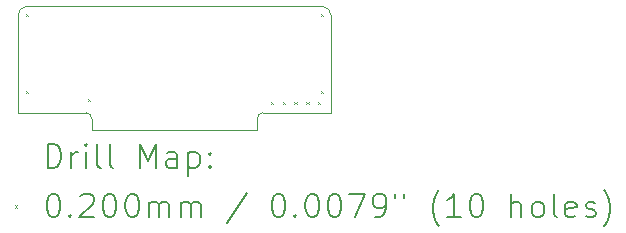
<source format=gbr>
%TF.GenerationSoftware,KiCad,Pcbnew,(6.0.7)*%
%TF.CreationDate,2022-10-27T11:42:41+02:00*%
%TF.ProjectId,FPS_AR,4650535f-4152-42e6-9b69-6361645f7063,rev?*%
%TF.SameCoordinates,Original*%
%TF.FileFunction,Drillmap*%
%TF.FilePolarity,Positive*%
%FSLAX45Y45*%
G04 Gerber Fmt 4.5, Leading zero omitted, Abs format (unit mm)*
G04 Created by KiCad (PCBNEW (6.0.7)) date 2022-10-27 11:42:41*
%MOMM*%
%LPD*%
G01*
G04 APERTURE LIST*
%ADD10C,0.100000*%
%ADD11C,0.200000*%
%ADD12C,0.020000*%
G04 APERTURE END LIST*
D10*
X12510000Y-7325000D02*
G75*
G03*
X12435000Y-7250000I-75000J0D01*
G01*
X11935000Y-8150000D02*
G75*
G03*
X11885000Y-8200000I0J-50000D01*
G01*
X10435000Y-8150000D02*
X9860000Y-8150000D01*
X12510000Y-8150000D02*
X12510000Y-7325000D01*
X9935000Y-7250000D02*
G75*
G03*
X9860000Y-7325000I0J-75000D01*
G01*
X9860000Y-8150000D02*
X9860000Y-7325000D01*
X10485000Y-8200000D02*
X10485000Y-8300000D01*
X10485000Y-8300000D02*
X11885000Y-8300000D01*
X10485000Y-8200000D02*
G75*
G03*
X10435000Y-8150000I-50000J0D01*
G01*
X11885000Y-8300000D02*
X11885000Y-8200000D01*
X11935000Y-8150000D02*
X12510000Y-8150000D01*
X9935000Y-7250000D02*
X12435000Y-7250000D01*
D11*
D12*
X9925000Y-7315000D02*
X9945000Y-7335000D01*
X9945000Y-7315000D02*
X9925000Y-7335000D01*
X9925000Y-7965000D02*
X9945000Y-7985000D01*
X9945000Y-7965000D02*
X9925000Y-7985000D01*
X10450000Y-8035000D02*
X10470000Y-8055000D01*
X10470000Y-8035000D02*
X10450000Y-8055000D01*
X12000000Y-8060000D02*
X12020000Y-8080000D01*
X12020000Y-8060000D02*
X12000000Y-8080000D01*
X12100000Y-8060000D02*
X12120000Y-8080000D01*
X12120000Y-8060000D02*
X12100000Y-8080000D01*
X12200000Y-8060000D02*
X12220000Y-8080000D01*
X12220000Y-8060000D02*
X12200000Y-8080000D01*
X12300000Y-8060000D02*
X12320000Y-8080000D01*
X12320000Y-8060000D02*
X12300000Y-8080000D01*
X12400000Y-8060000D02*
X12420000Y-8080000D01*
X12420000Y-8060000D02*
X12400000Y-8080000D01*
X12425000Y-7315000D02*
X12445000Y-7335000D01*
X12445000Y-7315000D02*
X12425000Y-7335000D01*
X12425000Y-7965000D02*
X12445000Y-7985000D01*
X12445000Y-7965000D02*
X12425000Y-7985000D01*
D11*
X10112619Y-8615476D02*
X10112619Y-8415476D01*
X10160238Y-8415476D01*
X10188810Y-8425000D01*
X10207857Y-8444048D01*
X10217381Y-8463095D01*
X10226905Y-8501190D01*
X10226905Y-8529762D01*
X10217381Y-8567857D01*
X10207857Y-8586905D01*
X10188810Y-8605952D01*
X10160238Y-8615476D01*
X10112619Y-8615476D01*
X10312619Y-8615476D02*
X10312619Y-8482143D01*
X10312619Y-8520238D02*
X10322143Y-8501190D01*
X10331667Y-8491667D01*
X10350714Y-8482143D01*
X10369762Y-8482143D01*
X10436429Y-8615476D02*
X10436429Y-8482143D01*
X10436429Y-8415476D02*
X10426905Y-8425000D01*
X10436429Y-8434524D01*
X10445952Y-8425000D01*
X10436429Y-8415476D01*
X10436429Y-8434524D01*
X10560238Y-8615476D02*
X10541190Y-8605952D01*
X10531667Y-8586905D01*
X10531667Y-8415476D01*
X10665000Y-8615476D02*
X10645952Y-8605952D01*
X10636429Y-8586905D01*
X10636429Y-8415476D01*
X10893571Y-8615476D02*
X10893571Y-8415476D01*
X10960238Y-8558333D01*
X11026905Y-8415476D01*
X11026905Y-8615476D01*
X11207857Y-8615476D02*
X11207857Y-8510714D01*
X11198333Y-8491667D01*
X11179286Y-8482143D01*
X11141190Y-8482143D01*
X11122143Y-8491667D01*
X11207857Y-8605952D02*
X11188809Y-8615476D01*
X11141190Y-8615476D01*
X11122143Y-8605952D01*
X11112619Y-8586905D01*
X11112619Y-8567857D01*
X11122143Y-8548810D01*
X11141190Y-8539286D01*
X11188809Y-8539286D01*
X11207857Y-8529762D01*
X11303095Y-8482143D02*
X11303095Y-8682143D01*
X11303095Y-8491667D02*
X11322143Y-8482143D01*
X11360238Y-8482143D01*
X11379286Y-8491667D01*
X11388809Y-8501190D01*
X11398333Y-8520238D01*
X11398333Y-8577381D01*
X11388809Y-8596429D01*
X11379286Y-8605952D01*
X11360238Y-8615476D01*
X11322143Y-8615476D01*
X11303095Y-8605952D01*
X11484048Y-8596429D02*
X11493571Y-8605952D01*
X11484048Y-8615476D01*
X11474524Y-8605952D01*
X11484048Y-8596429D01*
X11484048Y-8615476D01*
X11484048Y-8491667D02*
X11493571Y-8501190D01*
X11484048Y-8510714D01*
X11474524Y-8501190D01*
X11484048Y-8491667D01*
X11484048Y-8510714D01*
D12*
X9835000Y-8935000D02*
X9855000Y-8955000D01*
X9855000Y-8935000D02*
X9835000Y-8955000D01*
D11*
X10150714Y-8835476D02*
X10169762Y-8835476D01*
X10188810Y-8845000D01*
X10198333Y-8854524D01*
X10207857Y-8873571D01*
X10217381Y-8911667D01*
X10217381Y-8959286D01*
X10207857Y-8997381D01*
X10198333Y-9016429D01*
X10188810Y-9025952D01*
X10169762Y-9035476D01*
X10150714Y-9035476D01*
X10131667Y-9025952D01*
X10122143Y-9016429D01*
X10112619Y-8997381D01*
X10103095Y-8959286D01*
X10103095Y-8911667D01*
X10112619Y-8873571D01*
X10122143Y-8854524D01*
X10131667Y-8845000D01*
X10150714Y-8835476D01*
X10303095Y-9016429D02*
X10312619Y-9025952D01*
X10303095Y-9035476D01*
X10293571Y-9025952D01*
X10303095Y-9016429D01*
X10303095Y-9035476D01*
X10388810Y-8854524D02*
X10398333Y-8845000D01*
X10417381Y-8835476D01*
X10465000Y-8835476D01*
X10484048Y-8845000D01*
X10493571Y-8854524D01*
X10503095Y-8873571D01*
X10503095Y-8892619D01*
X10493571Y-8921190D01*
X10379286Y-9035476D01*
X10503095Y-9035476D01*
X10626905Y-8835476D02*
X10645952Y-8835476D01*
X10665000Y-8845000D01*
X10674524Y-8854524D01*
X10684048Y-8873571D01*
X10693571Y-8911667D01*
X10693571Y-8959286D01*
X10684048Y-8997381D01*
X10674524Y-9016429D01*
X10665000Y-9025952D01*
X10645952Y-9035476D01*
X10626905Y-9035476D01*
X10607857Y-9025952D01*
X10598333Y-9016429D01*
X10588810Y-8997381D01*
X10579286Y-8959286D01*
X10579286Y-8911667D01*
X10588810Y-8873571D01*
X10598333Y-8854524D01*
X10607857Y-8845000D01*
X10626905Y-8835476D01*
X10817381Y-8835476D02*
X10836429Y-8835476D01*
X10855476Y-8845000D01*
X10865000Y-8854524D01*
X10874524Y-8873571D01*
X10884048Y-8911667D01*
X10884048Y-8959286D01*
X10874524Y-8997381D01*
X10865000Y-9016429D01*
X10855476Y-9025952D01*
X10836429Y-9035476D01*
X10817381Y-9035476D01*
X10798333Y-9025952D01*
X10788810Y-9016429D01*
X10779286Y-8997381D01*
X10769762Y-8959286D01*
X10769762Y-8911667D01*
X10779286Y-8873571D01*
X10788810Y-8854524D01*
X10798333Y-8845000D01*
X10817381Y-8835476D01*
X10969762Y-9035476D02*
X10969762Y-8902143D01*
X10969762Y-8921190D02*
X10979286Y-8911667D01*
X10998333Y-8902143D01*
X11026905Y-8902143D01*
X11045952Y-8911667D01*
X11055476Y-8930714D01*
X11055476Y-9035476D01*
X11055476Y-8930714D02*
X11065000Y-8911667D01*
X11084048Y-8902143D01*
X11112619Y-8902143D01*
X11131667Y-8911667D01*
X11141190Y-8930714D01*
X11141190Y-9035476D01*
X11236428Y-9035476D02*
X11236428Y-8902143D01*
X11236428Y-8921190D02*
X11245952Y-8911667D01*
X11265000Y-8902143D01*
X11293571Y-8902143D01*
X11312619Y-8911667D01*
X11322143Y-8930714D01*
X11322143Y-9035476D01*
X11322143Y-8930714D02*
X11331667Y-8911667D01*
X11350714Y-8902143D01*
X11379286Y-8902143D01*
X11398333Y-8911667D01*
X11407857Y-8930714D01*
X11407857Y-9035476D01*
X11798333Y-8825952D02*
X11626905Y-9083095D01*
X12055476Y-8835476D02*
X12074524Y-8835476D01*
X12093571Y-8845000D01*
X12103095Y-8854524D01*
X12112619Y-8873571D01*
X12122143Y-8911667D01*
X12122143Y-8959286D01*
X12112619Y-8997381D01*
X12103095Y-9016429D01*
X12093571Y-9025952D01*
X12074524Y-9035476D01*
X12055476Y-9035476D01*
X12036428Y-9025952D01*
X12026905Y-9016429D01*
X12017381Y-8997381D01*
X12007857Y-8959286D01*
X12007857Y-8911667D01*
X12017381Y-8873571D01*
X12026905Y-8854524D01*
X12036428Y-8845000D01*
X12055476Y-8835476D01*
X12207857Y-9016429D02*
X12217381Y-9025952D01*
X12207857Y-9035476D01*
X12198333Y-9025952D01*
X12207857Y-9016429D01*
X12207857Y-9035476D01*
X12341190Y-8835476D02*
X12360238Y-8835476D01*
X12379286Y-8845000D01*
X12388809Y-8854524D01*
X12398333Y-8873571D01*
X12407857Y-8911667D01*
X12407857Y-8959286D01*
X12398333Y-8997381D01*
X12388809Y-9016429D01*
X12379286Y-9025952D01*
X12360238Y-9035476D01*
X12341190Y-9035476D01*
X12322143Y-9025952D01*
X12312619Y-9016429D01*
X12303095Y-8997381D01*
X12293571Y-8959286D01*
X12293571Y-8911667D01*
X12303095Y-8873571D01*
X12312619Y-8854524D01*
X12322143Y-8845000D01*
X12341190Y-8835476D01*
X12531667Y-8835476D02*
X12550714Y-8835476D01*
X12569762Y-8845000D01*
X12579286Y-8854524D01*
X12588809Y-8873571D01*
X12598333Y-8911667D01*
X12598333Y-8959286D01*
X12588809Y-8997381D01*
X12579286Y-9016429D01*
X12569762Y-9025952D01*
X12550714Y-9035476D01*
X12531667Y-9035476D01*
X12512619Y-9025952D01*
X12503095Y-9016429D01*
X12493571Y-8997381D01*
X12484048Y-8959286D01*
X12484048Y-8911667D01*
X12493571Y-8873571D01*
X12503095Y-8854524D01*
X12512619Y-8845000D01*
X12531667Y-8835476D01*
X12665000Y-8835476D02*
X12798333Y-8835476D01*
X12712619Y-9035476D01*
X12884048Y-9035476D02*
X12922143Y-9035476D01*
X12941190Y-9025952D01*
X12950714Y-9016429D01*
X12969762Y-8987857D01*
X12979286Y-8949762D01*
X12979286Y-8873571D01*
X12969762Y-8854524D01*
X12960238Y-8845000D01*
X12941190Y-8835476D01*
X12903095Y-8835476D01*
X12884048Y-8845000D01*
X12874524Y-8854524D01*
X12865000Y-8873571D01*
X12865000Y-8921190D01*
X12874524Y-8940238D01*
X12884048Y-8949762D01*
X12903095Y-8959286D01*
X12941190Y-8959286D01*
X12960238Y-8949762D01*
X12969762Y-8940238D01*
X12979286Y-8921190D01*
X13055476Y-8835476D02*
X13055476Y-8873571D01*
X13131667Y-8835476D02*
X13131667Y-8873571D01*
X13426905Y-9111667D02*
X13417381Y-9102143D01*
X13398333Y-9073571D01*
X13388809Y-9054524D01*
X13379286Y-9025952D01*
X13369762Y-8978333D01*
X13369762Y-8940238D01*
X13379286Y-8892619D01*
X13388809Y-8864048D01*
X13398333Y-8845000D01*
X13417381Y-8816429D01*
X13426905Y-8806905D01*
X13607857Y-9035476D02*
X13493571Y-9035476D01*
X13550714Y-9035476D02*
X13550714Y-8835476D01*
X13531667Y-8864048D01*
X13512619Y-8883095D01*
X13493571Y-8892619D01*
X13731667Y-8835476D02*
X13750714Y-8835476D01*
X13769762Y-8845000D01*
X13779286Y-8854524D01*
X13788809Y-8873571D01*
X13798333Y-8911667D01*
X13798333Y-8959286D01*
X13788809Y-8997381D01*
X13779286Y-9016429D01*
X13769762Y-9025952D01*
X13750714Y-9035476D01*
X13731667Y-9035476D01*
X13712619Y-9025952D01*
X13703095Y-9016429D01*
X13693571Y-8997381D01*
X13684048Y-8959286D01*
X13684048Y-8911667D01*
X13693571Y-8873571D01*
X13703095Y-8854524D01*
X13712619Y-8845000D01*
X13731667Y-8835476D01*
X14036428Y-9035476D02*
X14036428Y-8835476D01*
X14122143Y-9035476D02*
X14122143Y-8930714D01*
X14112619Y-8911667D01*
X14093571Y-8902143D01*
X14065000Y-8902143D01*
X14045952Y-8911667D01*
X14036428Y-8921190D01*
X14245952Y-9035476D02*
X14226905Y-9025952D01*
X14217381Y-9016429D01*
X14207857Y-8997381D01*
X14207857Y-8940238D01*
X14217381Y-8921190D01*
X14226905Y-8911667D01*
X14245952Y-8902143D01*
X14274524Y-8902143D01*
X14293571Y-8911667D01*
X14303095Y-8921190D01*
X14312619Y-8940238D01*
X14312619Y-8997381D01*
X14303095Y-9016429D01*
X14293571Y-9025952D01*
X14274524Y-9035476D01*
X14245952Y-9035476D01*
X14426905Y-9035476D02*
X14407857Y-9025952D01*
X14398333Y-9006905D01*
X14398333Y-8835476D01*
X14579286Y-9025952D02*
X14560238Y-9035476D01*
X14522143Y-9035476D01*
X14503095Y-9025952D01*
X14493571Y-9006905D01*
X14493571Y-8930714D01*
X14503095Y-8911667D01*
X14522143Y-8902143D01*
X14560238Y-8902143D01*
X14579286Y-8911667D01*
X14588809Y-8930714D01*
X14588809Y-8949762D01*
X14493571Y-8968810D01*
X14665000Y-9025952D02*
X14684048Y-9035476D01*
X14722143Y-9035476D01*
X14741190Y-9025952D01*
X14750714Y-9006905D01*
X14750714Y-8997381D01*
X14741190Y-8978333D01*
X14722143Y-8968810D01*
X14693571Y-8968810D01*
X14674524Y-8959286D01*
X14665000Y-8940238D01*
X14665000Y-8930714D01*
X14674524Y-8911667D01*
X14693571Y-8902143D01*
X14722143Y-8902143D01*
X14741190Y-8911667D01*
X14817381Y-9111667D02*
X14826905Y-9102143D01*
X14845952Y-9073571D01*
X14855476Y-9054524D01*
X14865000Y-9025952D01*
X14874524Y-8978333D01*
X14874524Y-8940238D01*
X14865000Y-8892619D01*
X14855476Y-8864048D01*
X14845952Y-8845000D01*
X14826905Y-8816429D01*
X14817381Y-8806905D01*
M02*

</source>
